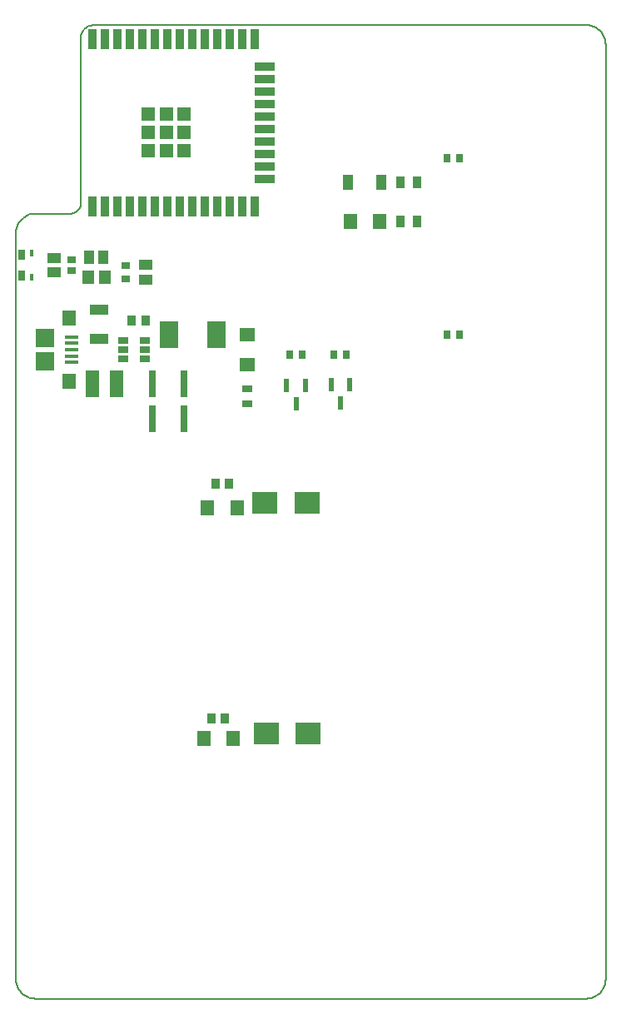
<source format=gtp>
G04 Layer_Color=8421504*
%FSLAX25Y25*%
%MOIN*%
G70*
G01*
G75*
%ADD10R,0.09843X0.09055*%
%ADD11R,0.03347X0.02756*%
%ADD12R,0.07480X0.03937*%
%ADD13R,0.03150X0.03740*%
%ADD14R,0.03937X0.02756*%
%ADD15R,0.02985X0.03197*%
%ADD16R,0.05236X0.05236*%
%ADD17R,0.03543X0.07874*%
%ADD18R,0.07874X0.03543*%
%ADD19R,0.07500X0.10984*%
%ADD20R,0.03937X0.02953*%
%ADD21R,0.05512X0.05906*%
%ADD22R,0.02362X0.05512*%
%ADD23R,0.03175X0.05151*%
%ADD24R,0.05906X0.05512*%
%ADD25R,0.03543X0.04134*%
%ADD26R,0.03740X0.02756*%
%ADD27R,0.04331X0.06299*%
%ADD28R,0.01575X0.03150*%
%ADD29R,0.02559X0.04488*%
%ADD30R,0.05512X0.04331*%
%ADD31R,0.02953X0.10630*%
%ADD32R,0.05719X0.10646*%
%ADD33R,0.03740X0.04134*%
%ADD34R,0.05512X0.06299*%
%ADD35R,0.07480X0.07480*%
%ADD36R,0.05315X0.01575*%
%ADD37R,0.04940X0.05733*%
%ADD38R,0.04152X0.05339*%
%ADD46C,0.00787*%
D10*
X372638Y416929D02*
D03*
X355709D02*
D03*
X373032Y324803D02*
D03*
X356102D02*
D03*
D11*
X278346Y514468D02*
D03*
Y509941D02*
D03*
D12*
X289370Y482677D02*
D03*
Y494488D02*
D03*
D13*
X428642Y555118D02*
D03*
X433563D02*
D03*
X428642Y484252D02*
D03*
X433563D02*
D03*
D14*
X307478Y474606D02*
D03*
Y478346D02*
D03*
Y482087D02*
D03*
X298821Y474606D02*
D03*
Y478346D02*
D03*
Y482087D02*
D03*
D15*
X365642Y476378D02*
D03*
X370579D02*
D03*
X383358Y476378D02*
D03*
X388295D02*
D03*
D16*
X323327Y572579D02*
D03*
Y565354D02*
D03*
Y558130D02*
D03*
X316102Y572579D02*
D03*
Y565354D02*
D03*
Y558130D02*
D03*
X308878Y572579D02*
D03*
Y565354D02*
D03*
Y558130D02*
D03*
D17*
X286575Y602756D02*
D03*
X291575D02*
D03*
X296575D02*
D03*
X301575D02*
D03*
X306575D02*
D03*
X311575D02*
D03*
X316575D02*
D03*
X321575D02*
D03*
X326575D02*
D03*
X331575D02*
D03*
X336575D02*
D03*
X341575D02*
D03*
X346575D02*
D03*
X351575D02*
D03*
Y535827D02*
D03*
X346575D02*
D03*
X341575D02*
D03*
X336575D02*
D03*
X331575D02*
D03*
X326575D02*
D03*
X321575D02*
D03*
X316575D02*
D03*
X311575D02*
D03*
X306575D02*
D03*
X301575D02*
D03*
X296575D02*
D03*
X291575D02*
D03*
X286575D02*
D03*
D18*
X355512Y591791D02*
D03*
Y586791D02*
D03*
Y581791D02*
D03*
Y576791D02*
D03*
Y571791D02*
D03*
Y566791D02*
D03*
Y561791D02*
D03*
Y556791D02*
D03*
Y551791D02*
D03*
Y546791D02*
D03*
D19*
X336321Y484252D02*
D03*
X317222D02*
D03*
D20*
X348425Y456693D02*
D03*
Y462598D02*
D03*
D21*
X344488Y414961D02*
D03*
X332677D02*
D03*
X401575Y529528D02*
D03*
X389764D02*
D03*
X342913Y322835D02*
D03*
X331102D02*
D03*
D22*
X371850Y464173D02*
D03*
X364370D02*
D03*
X368110Y456693D02*
D03*
X385827Y456890D02*
D03*
X382086Y464370D02*
D03*
X389567D02*
D03*
D23*
X410036Y529528D02*
D03*
X416736D02*
D03*
X410036Y545275D02*
D03*
X416736D02*
D03*
D24*
X348425Y472441D02*
D03*
Y484252D02*
D03*
D25*
X334350Y330709D02*
D03*
X339665D02*
D03*
X335925Y424803D02*
D03*
X341240D02*
D03*
D26*
X300000Y512106D02*
D03*
Y506791D02*
D03*
D27*
X402362Y545275D02*
D03*
X388976D02*
D03*
D28*
X262402Y507480D02*
D03*
Y516929D02*
D03*
D29*
X258090Y516260D02*
D03*
Y508150D02*
D03*
D30*
X271260Y515158D02*
D03*
Y509252D02*
D03*
X307874Y506496D02*
D03*
Y512402D02*
D03*
D31*
X310728Y464567D02*
D03*
X323130D02*
D03*
X310728Y450787D02*
D03*
X323130D02*
D03*
D32*
X296162Y464567D02*
D03*
X286515D02*
D03*
D33*
X307972Y490157D02*
D03*
X302264D02*
D03*
D34*
X277362Y465748D02*
D03*
Y490945D02*
D03*
D35*
X267717Y473622D02*
D03*
Y483071D02*
D03*
D36*
X278248Y473228D02*
D03*
Y475787D02*
D03*
Y478346D02*
D03*
Y480905D02*
D03*
Y483465D02*
D03*
D37*
X284938Y507480D02*
D03*
X291440D02*
D03*
D38*
X285332Y515354D02*
D03*
X291046D02*
D03*
D46*
X287008Y608268D02*
X286009Y608169D01*
X285049Y607878D01*
X284164Y607405D01*
X283389Y606769D01*
X282752Y605993D01*
X282279Y605108D01*
X281988Y604148D01*
X281890Y603150D01*
X277953Y532784D02*
X278972Y532918D01*
X279921Y533312D01*
X280737Y533937D01*
X281362Y534753D01*
X281756Y535702D01*
X281890Y536721D01*
X263780Y532784D02*
X262752Y532717D01*
X261742Y532516D01*
X260766Y532185D01*
X259843Y531729D01*
X258986Y531157D01*
X258212Y530478D01*
X257533Y529703D01*
X256961Y528847D01*
X256505Y527923D01*
X256174Y526948D01*
X255973Y525938D01*
X255906Y524910D01*
X255905Y226378D02*
X255973Y225350D01*
X256174Y224340D01*
X256505Y223365D01*
X256960Y222441D01*
X257533Y221585D01*
X258212Y220810D01*
X258986Y220131D01*
X259842Y219559D01*
X260766Y219103D01*
X261742Y218772D01*
X262752Y218571D01*
X263779Y218504D01*
X484252D02*
X485280Y218571D01*
X486290Y218772D01*
X487265Y219103D01*
X488189Y219559D01*
X489045Y220131D01*
X489820Y220810D01*
X490499Y221585D01*
X491071Y222441D01*
X491527Y223365D01*
X491858Y224340D01*
X492059Y225350D01*
X492126Y226378D01*
X492126Y600394D02*
X492059Y601421D01*
X491858Y602432D01*
X491527Y603407D01*
X491071Y604331D01*
X490499Y605187D01*
X489820Y605962D01*
X489045Y606641D01*
X488189Y607213D01*
X487265Y607668D01*
X486290Y608000D01*
X485280Y608200D01*
X484252Y608268D01*
X255905Y226378D02*
X255905Y524910D01*
X287008Y608268D02*
X484252Y608268D01*
X281890Y536684D02*
Y603150D01*
X263780Y532784D02*
X277953D01*
X492126Y226378D02*
X492126Y600394D01*
X263779Y218504D02*
X484252D01*
M02*

</source>
